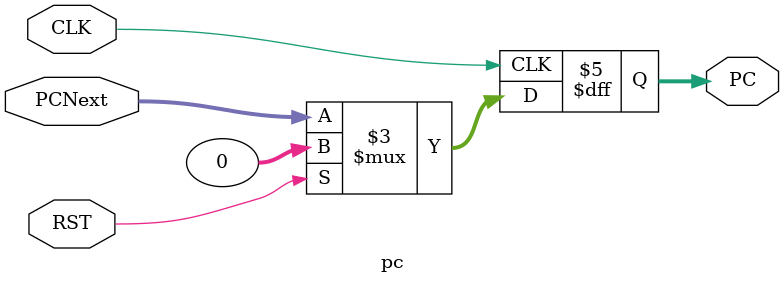
<source format=sv>
module pc #(
    parameter PC_WIDTH = 32
) (
    input logic CLK,
    input logic RST,
    input logic [PC_WIDTH-1:0] PCNext,
    output logic [PC_WIDTH-1:0] PC
);

    always_ff @ (posedge CLK)
        if (RST) PC <= {PC_WIDTH{1'b0}};
        else PC <= PCNext;

endmodule

</source>
